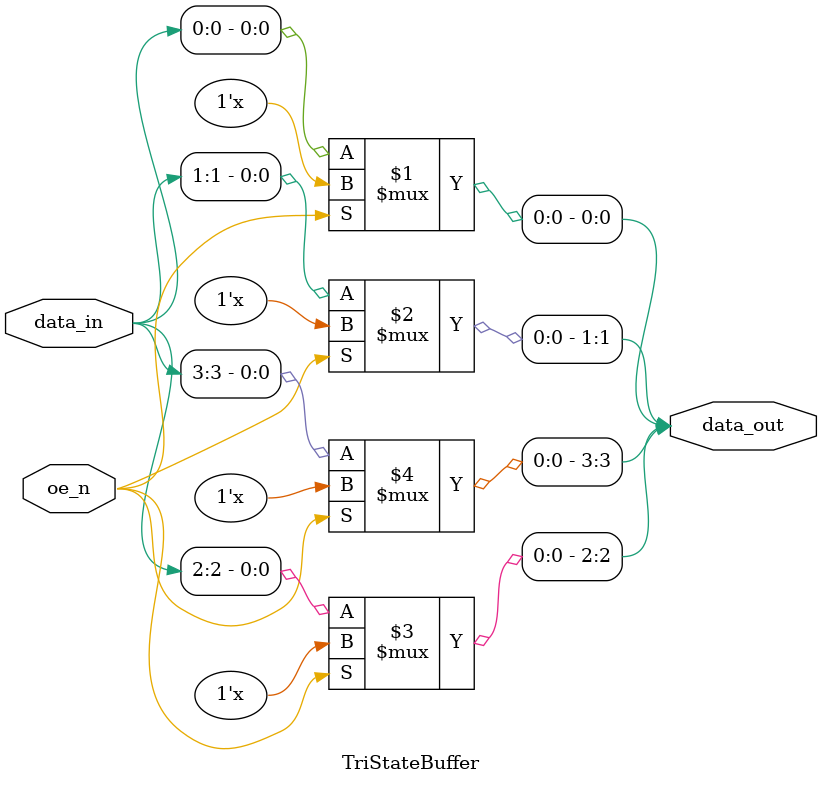
<source format=sv>
module TriState_AND (
    input oe_n,         // 低有效使能
    input [3:0] x, y,   // 输入数据
    output [3:0] z      // 三态输出
);
    // 内部信号连接
    wire [3:0] and_result;
    
    // 子模块实例化
    AndOperation and_op (
        .x(x),
        .y(y),
        .result(and_result)
    );
    
    TriStateBuffer tri_buf (
        .oe_n(oe_n),
        .data_in(and_result),
        .data_out(z)
    );
endmodule

// 子模块：执行按位与逻辑运算
module AndOperation #(
    parameter WIDTH = 4
) (
    input [WIDTH-1:0] x,
    input [WIDTH-1:0] y,
    output [WIDTH-1:0] result
);
    // 并行执行所有位的与运算
    assign result = x & y;
endmodule

// 子模块：三态缓冲控制
module TriStateBuffer #(
    parameter WIDTH = 4
) (
    input oe_n,                // 低有效使能信号
    input [WIDTH-1:0] data_in, // 输入数据
    output [WIDTH-1:0] data_out // 三态输出
);
    // 实现三态缓冲逻辑
    genvar i;
    generate
        for (i = 0; i < WIDTH; i = i + 1) begin : tri_buf_bits
            assign data_out[i] = oe_n ? 1'bz : data_in[i];
        end
    endgenerate
endmodule
</source>
